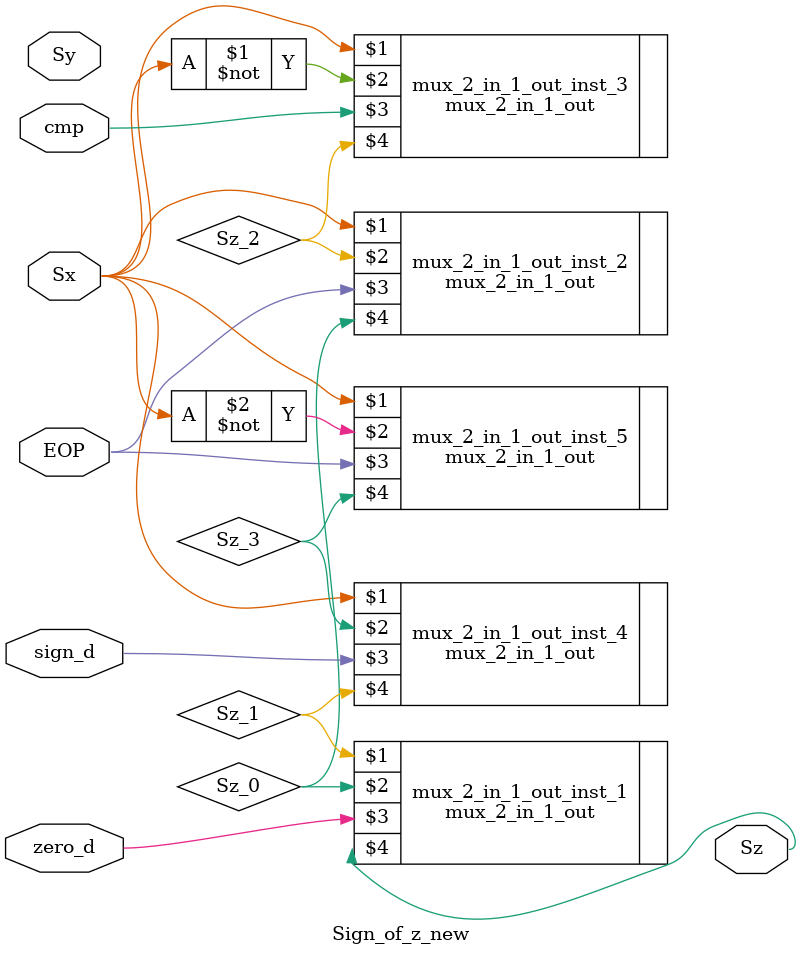
<source format=v>
module Sign_of_z_new (
input wire  Sx,Sy,EOP,cmp,zero_d,sign_d,
output wire  Sz
);
//internal signals
wire Sz_0 , Sz_1 , Sz_2 , Sz_3;
//instances
mux_2_in_1_out mux_2_in_1_out_inst_1 (Sz_1 , Sz_0 , zero_d , Sz);
mux_2_in_1_out mux_2_in_1_out_inst_2 (Sx , Sz_2 , EOP , Sz_0);
mux_2_in_1_out mux_2_in_1_out_inst_3 (Sx , ~Sx , cmp , Sz_2);
mux_2_in_1_out mux_2_in_1_out_inst_4 (Sx , Sz_3 , sign_d , Sz_1);
mux_2_in_1_out mux_2_in_1_out_inst_5 (Sx , ~Sx , EOP , Sz_3);
endmodule
</source>
